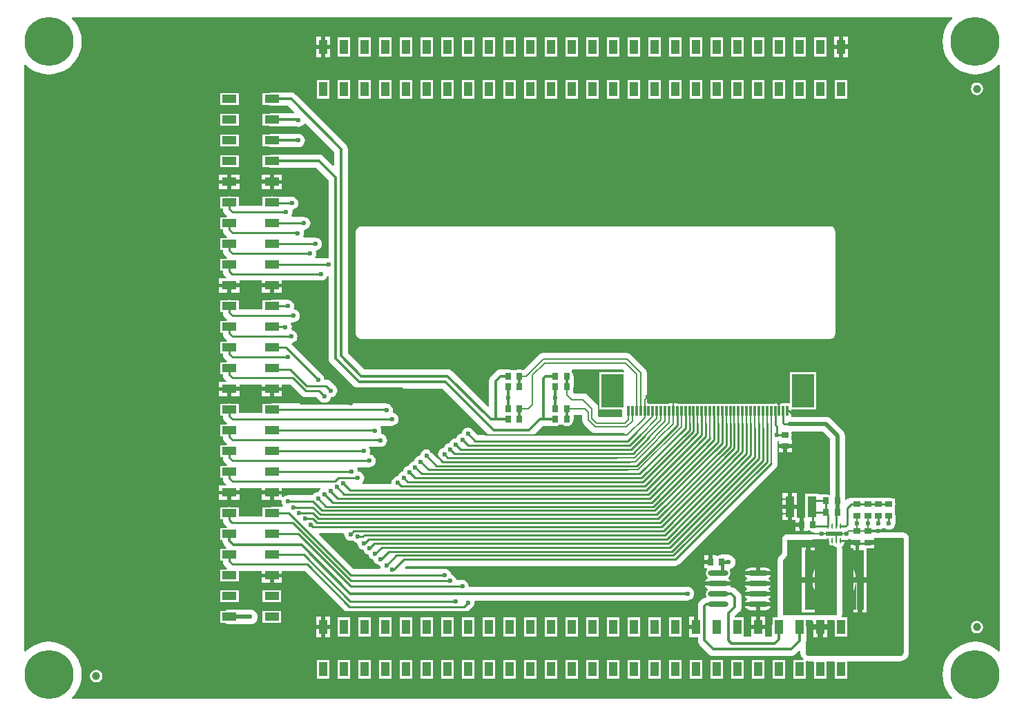
<source format=gbl>
G04 Layer_Physical_Order=2*
G04 Layer_Color=16711680*
%FSLAX44Y44*%
%MOMM*%
G71*
G01*
G75*
%ADD10C,1.0000*%
%ADD11C,0.2000*%
%ADD12C,0.4500*%
%ADD13C,0.3500*%
%ADD14C,0.2500*%
%ADD16C,6.0000*%
%ADD17C,0.6000*%
%ADD18R,0.9000X0.8000*%
%ADD19R,0.8000X0.9000*%
%ADD20R,1.1000X2.6000*%
G04:AMPARAMS|DCode=21|XSize=0.25mm|YSize=0.7mm|CornerRadius=0.0625mm|HoleSize=0mm|Usage=FLASHONLY|Rotation=180.000|XOffset=0mm|YOffset=0mm|HoleType=Round|Shape=RoundedRectangle|*
%AMROUNDEDRECTD21*
21,1,0.2500,0.5750,0,0,180.0*
21,1,0.1250,0.7000,0,0,180.0*
1,1,0.1250,-0.0625,0.2875*
1,1,0.1250,0.0625,0.2875*
1,1,0.1250,0.0625,-0.2875*
1,1,0.1250,-0.0625,-0.2875*
%
%ADD21ROUNDEDRECTD21*%
%ADD22R,2.1500X0.5600*%
%ADD23R,0.9500X7.3000*%
%ADD24O,2.5000X0.7000*%
%ADD25R,0.3000X1.2000*%
%ADD26R,1.0160X1.8034*%
%ADD27R,1.0000X1.8000*%
%ADD28R,1.8034X1.0160*%
%ADD29R,1.8000X1.0000*%
%ADD30R,2.7000X4.1000*%
%ADD31C,0.5000*%
%ADD32C,0.3450*%
G36*
X1139887Y836593D02*
X1139629Y836372D01*
X1135540Y831584D01*
X1132250Y826216D01*
X1129840Y820399D01*
X1128371Y814277D01*
X1127877Y808000D01*
X1128371Y801723D01*
X1129840Y795601D01*
X1132250Y789784D01*
X1135540Y784416D01*
X1139629Y779628D01*
X1144416Y775539D01*
X1149784Y772250D01*
X1155601Y769840D01*
X1161724Y768370D01*
X1168000Y767876D01*
X1174277Y768370D01*
X1180399Y769840D01*
X1186216Y772250D01*
X1191584Y775539D01*
X1196372Y779628D01*
X1196593Y779887D01*
X1198000Y779368D01*
Y60633D01*
X1196593Y60113D01*
X1196372Y60372D01*
X1191584Y64461D01*
X1186216Y67751D01*
X1180399Y70160D01*
X1174277Y71630D01*
X1168000Y72124D01*
X1161724Y71630D01*
X1155601Y70160D01*
X1149784Y67751D01*
X1144416Y64461D01*
X1139629Y60372D01*
X1135540Y55584D01*
X1132250Y50216D01*
X1129840Y44399D01*
X1128371Y38277D01*
X1127877Y32000D01*
X1128371Y25723D01*
X1129840Y19601D01*
X1132250Y13784D01*
X1135540Y8416D01*
X1139629Y3628D01*
X1139887Y3407D01*
X1139368Y2000D01*
X60632D01*
X60113Y3407D01*
X60372Y3628D01*
X64461Y8416D01*
X67751Y13784D01*
X70160Y19601D01*
X71630Y25723D01*
X72124Y32000D01*
X71630Y38277D01*
X70160Y44399D01*
X67751Y50216D01*
X64461Y55584D01*
X60372Y60372D01*
X55584Y64461D01*
X50216Y67751D01*
X44399Y70160D01*
X38277Y71630D01*
X32000Y72124D01*
X25723Y71630D01*
X19601Y70160D01*
X13784Y67751D01*
X8416Y64461D01*
X3628Y60372D01*
X3407Y60113D01*
X2000Y60632D01*
Y779368D01*
X3407Y779887D01*
X3628Y779628D01*
X8416Y775539D01*
X13784Y772250D01*
X19601Y769840D01*
X25723Y768370D01*
X32000Y767876D01*
X38277Y768370D01*
X44399Y769840D01*
X50216Y772250D01*
X55584Y775539D01*
X60372Y779628D01*
X64461Y784416D01*
X67751Y789784D01*
X70160Y795601D01*
X71630Y801723D01*
X72124Y808000D01*
X71630Y814277D01*
X70160Y820399D01*
X67751Y826216D01*
X64461Y831584D01*
X60372Y836372D01*
X60113Y836593D01*
X60632Y838000D01*
X1139368D01*
X1139887Y836593D01*
D02*
G37*
%LPC*%
G36*
X1011879Y814117D02*
X1005799D01*
Y804100D01*
X1011879D01*
Y814117D01*
D02*
G37*
G36*
X1000799D02*
X994719D01*
Y804100D01*
X1000799D01*
Y814117D01*
D02*
G37*
G36*
X376879D02*
X370799D01*
Y804100D01*
X376879D01*
Y814117D01*
D02*
G37*
G36*
X365799D02*
X359719D01*
Y804100D01*
X365799D01*
Y814117D01*
D02*
G37*
G36*
X985479Y813117D02*
X970319D01*
Y790083D01*
X985479D01*
Y813117D01*
D02*
G37*
G36*
X960079D02*
X944919D01*
Y790083D01*
X960079D01*
Y813117D01*
D02*
G37*
G36*
X934679D02*
X919519D01*
Y790083D01*
X934679D01*
Y813117D01*
D02*
G37*
G36*
X909279D02*
X894119D01*
Y790083D01*
X909279D01*
Y813117D01*
D02*
G37*
G36*
X883879D02*
X868719D01*
Y790083D01*
X883879D01*
Y813117D01*
D02*
G37*
G36*
X858479D02*
X843319D01*
Y790083D01*
X858479D01*
Y813117D01*
D02*
G37*
G36*
X833079D02*
X817919D01*
Y790083D01*
X833079D01*
Y813117D01*
D02*
G37*
G36*
X807679D02*
X792519D01*
Y790083D01*
X807679D01*
Y813117D01*
D02*
G37*
G36*
X782279D02*
X767119D01*
Y790083D01*
X782279D01*
Y813117D01*
D02*
G37*
G36*
X756879D02*
X741719D01*
Y790083D01*
X756879D01*
Y813117D01*
D02*
G37*
G36*
X731479D02*
X716319D01*
Y790083D01*
X731479D01*
Y813117D01*
D02*
G37*
G36*
X706079D02*
X690919D01*
Y790083D01*
X706079D01*
Y813117D01*
D02*
G37*
G36*
X680679D02*
X665519D01*
Y790083D01*
X680679D01*
Y813117D01*
D02*
G37*
G36*
X655279D02*
X640119D01*
Y790083D01*
X655279D01*
Y813117D01*
D02*
G37*
G36*
X629879D02*
X614719D01*
Y790083D01*
X629879D01*
Y813117D01*
D02*
G37*
G36*
X604479D02*
X589319D01*
Y790083D01*
X604479D01*
Y813117D01*
D02*
G37*
G36*
X579079D02*
X563919D01*
Y790083D01*
X579079D01*
Y813117D01*
D02*
G37*
G36*
X553679D02*
X538519D01*
Y790083D01*
X553679D01*
Y813117D01*
D02*
G37*
G36*
X528279D02*
X513119D01*
Y790083D01*
X528279D01*
Y813117D01*
D02*
G37*
G36*
X502879D02*
X487719D01*
Y790083D01*
X502879D01*
Y813117D01*
D02*
G37*
G36*
X477479D02*
X462319D01*
Y790083D01*
X477479D01*
Y813117D01*
D02*
G37*
G36*
X452079D02*
X436919D01*
Y790083D01*
X452079D01*
Y813117D01*
D02*
G37*
G36*
X426679D02*
X411519D01*
Y790083D01*
X426679D01*
Y813117D01*
D02*
G37*
G36*
X401279D02*
X386119D01*
Y790083D01*
X401279D01*
Y813117D01*
D02*
G37*
G36*
X1011879Y799100D02*
X1005799D01*
Y789083D01*
X1011879D01*
Y799100D01*
D02*
G37*
G36*
X1000799D02*
X994719D01*
Y789083D01*
X1000799D01*
Y799100D01*
D02*
G37*
G36*
X376879D02*
X370799D01*
Y789083D01*
X376879D01*
Y799100D01*
D02*
G37*
G36*
X365799D02*
X359719D01*
Y789083D01*
X365799D01*
Y799100D01*
D02*
G37*
G36*
X1170000Y757647D02*
X1167074Y757065D01*
X1164593Y755407D01*
X1162935Y752926D01*
X1162353Y750000D01*
X1162935Y747074D01*
X1164593Y744593D01*
X1167074Y742935D01*
X1170000Y742353D01*
X1172927Y742935D01*
X1175407Y744593D01*
X1177065Y747074D01*
X1177647Y750000D01*
X1177065Y752926D01*
X1175407Y755407D01*
X1172927Y757065D01*
X1170000Y757647D01*
D02*
G37*
G36*
X375799Y761100D02*
X360799D01*
Y738100D01*
X375799D01*
Y761100D01*
D02*
G37*
G36*
X1010879Y761117D02*
X995719D01*
Y738083D01*
X1010879D01*
Y761117D01*
D02*
G37*
G36*
X985479D02*
X970319D01*
Y738083D01*
X985479D01*
Y761117D01*
D02*
G37*
G36*
X960079D02*
X944919D01*
Y738083D01*
X960079D01*
Y761117D01*
D02*
G37*
G36*
X934679D02*
X919519D01*
Y738083D01*
X934679D01*
Y761117D01*
D02*
G37*
G36*
X909279D02*
X894119D01*
Y738083D01*
X909279D01*
Y761117D01*
D02*
G37*
G36*
X883879D02*
X868719D01*
Y738083D01*
X883879D01*
Y761117D01*
D02*
G37*
G36*
X858479D02*
X843319D01*
Y738083D01*
X858479D01*
Y761117D01*
D02*
G37*
G36*
X833079D02*
X817919D01*
Y738083D01*
X833079D01*
Y761117D01*
D02*
G37*
G36*
X807679D02*
X792519D01*
Y738083D01*
X807679D01*
Y761117D01*
D02*
G37*
G36*
X782279D02*
X767119D01*
Y738083D01*
X782279D01*
Y761117D01*
D02*
G37*
G36*
X756879D02*
X741719D01*
Y738083D01*
X756879D01*
Y761117D01*
D02*
G37*
G36*
X731479D02*
X716319D01*
Y738083D01*
X731479D01*
Y761117D01*
D02*
G37*
G36*
X706079D02*
X690919D01*
Y738083D01*
X706079D01*
Y761117D01*
D02*
G37*
G36*
X680679D02*
X665519D01*
Y738083D01*
X680679D01*
Y761117D01*
D02*
G37*
G36*
X655279D02*
X640119D01*
Y738083D01*
X655279D01*
Y761117D01*
D02*
G37*
G36*
X629879D02*
X614719D01*
Y738083D01*
X629879D01*
Y761117D01*
D02*
G37*
G36*
X604479D02*
X589319D01*
Y738083D01*
X604479D01*
Y761117D01*
D02*
G37*
G36*
X579079D02*
X563919D01*
Y738083D01*
X579079D01*
Y761117D01*
D02*
G37*
G36*
X553679D02*
X538519D01*
Y738083D01*
X553679D01*
Y761117D01*
D02*
G37*
G36*
X528279D02*
X513119D01*
Y738083D01*
X528279D01*
Y761117D01*
D02*
G37*
G36*
X502879D02*
X487719D01*
Y738083D01*
X502879D01*
Y761117D01*
D02*
G37*
G36*
X477479D02*
X462319D01*
Y738083D01*
X477479D01*
Y761117D01*
D02*
G37*
G36*
X452079D02*
X436919D01*
Y738083D01*
X452079D01*
Y761117D01*
D02*
G37*
G36*
X426679D02*
X411519D01*
Y738083D01*
X426679D01*
Y761117D01*
D02*
G37*
G36*
X401279D02*
X386119D01*
Y738083D01*
X401279D01*
Y761117D01*
D02*
G37*
G36*
X264918Y745182D02*
X241884D01*
Y730022D01*
X264918D01*
Y745182D01*
D02*
G37*
G36*
Y719782D02*
X241884D01*
Y704622D01*
X264918D01*
Y719782D01*
D02*
G37*
G36*
Y694382D02*
X241884D01*
Y679222D01*
X264918D01*
Y694382D01*
D02*
G37*
G36*
X337802Y695123D02*
X305401D01*
X303247Y694839D01*
X302142Y694382D01*
X293884D01*
Y679222D01*
X302142D01*
X303247Y678764D01*
X305401Y678481D01*
X337802D01*
X339955Y678764D01*
X341962Y679595D01*
X343686Y680918D01*
X345008Y682641D01*
X345839Y684648D01*
X346123Y686802D01*
X345839Y688955D01*
X345008Y690962D01*
X343686Y692686D01*
X341962Y694008D01*
X339955Y694839D01*
X337802Y695123D01*
D02*
G37*
G36*
X329000Y745923D02*
X305401D01*
X303247Y745639D01*
X302142Y745182D01*
X293884D01*
Y730022D01*
X302142D01*
X303247Y729564D01*
X305401Y729281D01*
X325553D01*
X332925Y721909D01*
X332351Y720523D01*
X305401D01*
X303247Y720239D01*
X302142Y719782D01*
X293884D01*
Y704622D01*
X302142D01*
X303247Y704164D01*
X305401Y703881D01*
X336468D01*
X338000Y703679D01*
X340154Y703962D01*
X342161Y704794D01*
X343884Y706116D01*
X345062Y707651D01*
X345837Y707980D01*
X346685Y708149D01*
X381929Y672905D01*
Y656799D01*
X380543Y656225D01*
X369482Y667286D01*
X367759Y668608D01*
X365752Y669439D01*
X363598Y669723D01*
X305401D01*
X303247Y669439D01*
X302142Y668982D01*
X293884D01*
Y653822D01*
X302142D01*
X303247Y653364D01*
X305401Y653081D01*
X360151D01*
X374929Y638303D01*
Y542330D01*
X374802Y542219D01*
X359223D01*
X358484Y543719D01*
X358770Y544092D01*
X359551Y545977D01*
X359817Y548000D01*
X359551Y550023D01*
X359346Y550517D01*
X360291Y552155D01*
X361023Y552251D01*
X362908Y553032D01*
X364527Y554274D01*
X365770Y555893D01*
X366550Y557779D01*
X366817Y559802D01*
X366550Y561825D01*
X365770Y563710D01*
X364527Y565329D01*
X362908Y566571D01*
X361023Y567352D01*
X359000Y567619D01*
X344223D01*
X343484Y569119D01*
X343770Y569492D01*
X344551Y571377D01*
X344817Y573400D01*
X344551Y575423D01*
X344359Y575885D01*
X344697Y576675D01*
X345343Y577430D01*
X347023Y577651D01*
X348908Y578432D01*
X350527Y579674D01*
X351770Y581293D01*
X352551Y583179D01*
X352817Y585202D01*
X352551Y587225D01*
X351770Y589110D01*
X350527Y590729D01*
X348908Y591971D01*
X347023Y592752D01*
X345000Y593019D01*
X330223D01*
X329483Y594519D01*
X329770Y594892D01*
X330550Y596777D01*
X330817Y598800D01*
X330550Y600823D01*
X331527Y602384D01*
X332023Y602449D01*
X333909Y603230D01*
X335527Y604473D01*
X336770Y606091D01*
X337551Y607977D01*
X337817Y610000D01*
X337551Y612023D01*
X336770Y613908D01*
X335527Y615527D01*
X333909Y616770D01*
X332023Y617551D01*
X330000Y617817D01*
X316918D01*
Y618182D01*
X307200D01*
X305401Y618419D01*
X303601Y618182D01*
X293884D01*
Y606617D01*
X264918D01*
Y618182D01*
X255200D01*
X253401Y618419D01*
X251601Y618182D01*
X241884D01*
Y603022D01*
X245584D01*
Y602399D01*
X245850Y600376D01*
X246631Y598491D01*
X247873Y596872D01*
X250464Y594282D01*
X249842Y592782D01*
X241884D01*
Y577622D01*
X245584D01*
Y576999D01*
X245850Y574976D01*
X246631Y573091D01*
X247873Y571472D01*
X250464Y568882D01*
X249842Y567382D01*
X241884D01*
Y552222D01*
X245584D01*
Y551599D01*
X245850Y549576D01*
X246631Y547691D01*
X247873Y546072D01*
X250464Y543482D01*
X249842Y541982D01*
X241884D01*
Y526822D01*
X245584D01*
Y526199D01*
X245850Y524176D01*
X246631Y522291D01*
X247873Y520672D01*
X249578Y518968D01*
X249004Y517582D01*
X240884D01*
Y511502D01*
X265918D01*
Y515183D01*
X292884D01*
Y511502D01*
X317918D01*
Y515183D01*
X366000D01*
X368023Y515449D01*
X369908Y516230D01*
X371527Y517473D01*
X372770Y519092D01*
X373429Y520683D01*
X374929Y520385D01*
Y419851D01*
X375212Y417697D01*
X376044Y415690D01*
X377366Y413967D01*
X406217Y385116D01*
X407940Y383794D01*
X409947Y382962D01*
X412100Y382679D01*
X514654D01*
X570016Y327317D01*
X569394Y325817D01*
X558236D01*
X551526Y332527D01*
X549907Y333769D01*
X548022Y334550D01*
X545999Y334816D01*
X543976Y334550D01*
X542090Y333769D01*
X540471Y332527D01*
X539229Y330908D01*
X538448Y329022D01*
X538277Y327721D01*
X536976Y327550D01*
X535090Y326769D01*
X533472Y325527D01*
X532229Y323908D01*
X531448Y322023D01*
X531414Y321762D01*
X530999Y321816D01*
X528976Y321550D01*
X527090Y320769D01*
X525472Y319527D01*
X524229Y317908D01*
X523448Y316022D01*
X523411Y315739D01*
X521977Y315550D01*
X520092Y314770D01*
X518473Y313527D01*
X517230Y311908D01*
X516450Y310023D01*
X516412Y309739D01*
X514977Y309550D01*
X513092Y308770D01*
X511473Y307527D01*
X510230Y305909D01*
X509450Y304023D01*
X509183Y302000D01*
X509450Y299977D01*
X510230Y298092D01*
X510717Y297458D01*
X509586Y296467D01*
X500526Y305527D01*
X498908Y306769D01*
X497022Y307550D01*
X494999Y307816D01*
X492976Y307550D01*
X491091Y306769D01*
X489472Y305527D01*
X488229Y303908D01*
X487449Y302022D01*
X487277Y300721D01*
X485976Y300550D01*
X484091Y299769D01*
X482472Y298527D01*
X481229Y296908D01*
X480448Y295023D01*
X480277Y293721D01*
X478976Y293550D01*
X477091Y292769D01*
X475472Y291527D01*
X474229Y289908D01*
X473448Y288023D01*
X473411Y287739D01*
X471976Y287550D01*
X470091Y286769D01*
X468472Y285527D01*
X467229Y283908D01*
X466449Y282023D01*
X466277Y280721D01*
X464976Y280550D01*
X463091Y279769D01*
X461472Y278527D01*
X460229Y276908D01*
X459449Y275023D01*
X459411Y274739D01*
X457977Y274550D01*
X456091Y273770D01*
X454473Y272527D01*
X453230Y270908D01*
X452449Y269023D01*
X452183Y267000D01*
X452190Y266945D01*
X451201Y265817D01*
X416834D01*
X416325Y267317D01*
X416527Y267473D01*
X417770Y269091D01*
X418550Y270977D01*
X418817Y273000D01*
X418550Y275023D01*
X417770Y276908D01*
X416527Y278527D01*
X416507Y278548D01*
X414888Y279790D01*
X413002Y280571D01*
X412286Y280666D01*
X410817Y281000D01*
X410551Y283023D01*
X409863Y284683D01*
X410455Y286183D01*
X424998D01*
X425000Y286183D01*
X427023Y286449D01*
X428909Y287230D01*
X430528Y288472D01*
X431770Y290091D01*
X432551Y291977D01*
X432817Y294000D01*
X432551Y296023D01*
X431770Y297908D01*
X430528Y299527D01*
X430527Y299527D01*
X428908Y300770D01*
X427804Y301227D01*
X427023Y301551D01*
X426214Y301657D01*
X425268Y303295D01*
X425551Y303976D01*
X425817Y306000D01*
X425551Y308023D01*
X424770Y309908D01*
X424636Y310083D01*
X425375Y311583D01*
X436654D01*
X436977Y311449D01*
X439000Y311183D01*
X441023Y311449D01*
X442909Y312230D01*
X444528Y313472D01*
X445770Y315091D01*
X446551Y316977D01*
X446817Y319000D01*
X446551Y321023D01*
X445770Y322908D01*
X444528Y324527D01*
X444127Y324927D01*
X442508Y326170D01*
X440623Y326950D01*
X440032Y327028D01*
X439282Y328327D01*
X439551Y328977D01*
X439817Y331000D01*
X439551Y333023D01*
X438770Y334908D01*
X438329Y335483D01*
X439068Y336983D01*
X452798D01*
X452800Y336983D01*
X454823Y337249D01*
X456709Y338030D01*
X458328Y339272D01*
X458528Y339472D01*
X459770Y341091D01*
X460551Y342976D01*
X460817Y345000D01*
X460551Y347023D01*
X459770Y348908D01*
X459770Y348908D01*
X459770Y348908D01*
X458527Y350527D01*
X456908Y351770D01*
X455023Y352551D01*
X454288Y352647D01*
X453538Y353946D01*
X453551Y353977D01*
X453817Y356000D01*
X453551Y358023D01*
X452770Y359908D01*
X451528Y361527D01*
X450925Y362129D01*
X449307Y363371D01*
X447421Y364152D01*
X445398Y364419D01*
X373454D01*
X373156Y365919D01*
X373908Y366230D01*
X375527Y367473D01*
X376770Y369091D01*
X377551Y370977D01*
X377677Y371935D01*
X378000Y372183D01*
X380023Y372449D01*
X381908Y373230D01*
X383527Y374473D01*
X384770Y376092D01*
X385550Y377977D01*
X385817Y380000D01*
X385550Y382023D01*
X384770Y383908D01*
X383527Y385527D01*
X377527Y391527D01*
X375909Y392770D01*
X374023Y393550D01*
X372000Y393817D01*
X369781D01*
X369551Y395569D01*
X368770Y397454D01*
X367527Y399073D01*
X329469Y437132D01*
X330006Y438716D01*
X331023Y438849D01*
X332909Y439630D01*
X334527Y440873D01*
X335770Y442492D01*
X336550Y444377D01*
X336817Y446400D01*
X336550Y448423D01*
X335770Y450308D01*
X334527Y451927D01*
X332909Y453170D01*
X331023Y453951D01*
X330291Y454047D01*
X329346Y455684D01*
X329551Y456179D01*
X329817Y458202D01*
X329551Y460225D01*
X328770Y462110D01*
X328483Y462483D01*
X329223Y463983D01*
X332000D01*
X334023Y464249D01*
X335908Y465030D01*
X337527Y466273D01*
X338770Y467892D01*
X339551Y469777D01*
X339817Y471800D01*
X339551Y473823D01*
X338770Y475708D01*
X337527Y477327D01*
X335908Y478570D01*
X334023Y479351D01*
X333291Y479447D01*
X332346Y481084D01*
X332551Y481579D01*
X332817Y483602D01*
X332551Y485625D01*
X331770Y487510D01*
X330527Y489129D01*
X328909Y490371D01*
X327023Y491152D01*
X325000Y491419D01*
X305401D01*
X303601Y491182D01*
X293884D01*
Y479617D01*
X264918D01*
Y491182D01*
X255200D01*
X253401Y491419D01*
X251601Y491182D01*
X241884D01*
Y476022D01*
X245584D01*
Y475399D01*
X245850Y473376D01*
X246631Y471491D01*
X247873Y469872D01*
X250464Y467282D01*
X249842Y465782D01*
X241884D01*
Y450622D01*
X245584D01*
Y449999D01*
X245850Y447976D01*
X246631Y446091D01*
X247873Y444472D01*
X250464Y441882D01*
X249842Y440382D01*
X241884D01*
Y425222D01*
X245584D01*
Y424599D01*
X245850Y422576D01*
X246631Y420691D01*
X247873Y419072D01*
X250464Y416482D01*
X249842Y414982D01*
X241884D01*
Y399822D01*
X245584D01*
Y399199D01*
X245850Y397176D01*
X246631Y395291D01*
X247873Y393672D01*
X249578Y391968D01*
X249004Y390582D01*
X240884D01*
Y384502D01*
X265918D01*
Y387783D01*
X292884D01*
Y384502D01*
X317918D01*
Y387783D01*
X328091D01*
X341402Y374473D01*
X343021Y373230D01*
X344906Y372449D01*
X346929Y372183D01*
X359762D01*
X364473Y367473D01*
X366092Y366230D01*
X366844Y365919D01*
X366546Y364419D01*
X305401D01*
X303601Y364182D01*
X293884D01*
Y352617D01*
X264918D01*
Y364182D01*
X255200D01*
X253401Y364419D01*
X251601Y364182D01*
X241884D01*
Y349022D01*
X245584D01*
Y348399D01*
X245850Y346376D01*
X246631Y344491D01*
X247873Y342872D01*
X250464Y340282D01*
X249842Y338782D01*
X241884D01*
Y323622D01*
X245584D01*
Y322999D01*
X245850Y320976D01*
X246631Y319091D01*
X247873Y317472D01*
X250464Y314882D01*
X249842Y313382D01*
X241884D01*
Y298222D01*
X245584D01*
Y297599D01*
X245850Y295576D01*
X246631Y293691D01*
X247873Y292072D01*
X250464Y289482D01*
X249842Y287982D01*
X241884D01*
Y272822D01*
X245584D01*
Y272199D01*
X245850Y270176D01*
X246631Y268291D01*
X247873Y266672D01*
X249578Y264967D01*
X249004Y263582D01*
X240884D01*
Y257502D01*
X265918D01*
Y260783D01*
X292884D01*
Y257502D01*
X317918D01*
Y260783D01*
X364948D01*
X365457Y259283D01*
X364473Y258527D01*
X363230Y256908D01*
X362738Y255720D01*
X362000Y255817D01*
X359977Y255550D01*
X358092Y254770D01*
X356473Y253527D01*
X355230Y251908D01*
X355192Y251816D01*
X324999D01*
X322976Y251550D01*
X321091Y250769D01*
X319472Y249527D01*
X319418Y249456D01*
X317918Y249965D01*
Y252502D01*
X307901D01*
Y246422D01*
X316079D01*
X317304Y244922D01*
X317183Y244000D01*
X317449Y241976D01*
X318230Y240091D01*
X319129Y238919D01*
X318525Y237419D01*
X305401D01*
X303601Y237182D01*
X293884D01*
Y225817D01*
X264918D01*
Y237182D01*
X255200D01*
X253401Y237419D01*
X251601Y237182D01*
X241884D01*
Y222022D01*
X245584D01*
Y221399D01*
X245850Y219376D01*
X246631Y217491D01*
X247873Y215872D01*
X250282Y213463D01*
X250185Y212296D01*
X249842Y211782D01*
X241884D01*
Y196622D01*
X245079D01*
Y195999D01*
X245363Y193846D01*
X246194Y191839D01*
X247517Y190115D01*
X249865Y187768D01*
X249291Y186382D01*
X241884D01*
Y171222D01*
X245584D01*
Y170599D01*
X245850Y168576D01*
X246631Y166691D01*
X247873Y165072D01*
X250464Y162482D01*
X249842Y160982D01*
X241884D01*
Y145822D01*
X264918D01*
Y159183D01*
X292884D01*
Y155902D01*
X317918D01*
Y159183D01*
X345762D01*
X395223Y109722D01*
X396842Y108480D01*
X398727Y107699D01*
X400750Y107433D01*
X541250D01*
X543273Y107699D01*
X545158Y108480D01*
X546777Y109722D01*
X551527Y114473D01*
X552770Y116091D01*
X553550Y117977D01*
X553817Y120000D01*
X553662Y121179D01*
X554772Y122679D01*
X815000D01*
X817154Y122962D01*
X819161Y123794D01*
X820884Y125116D01*
X822206Y126839D01*
X823038Y128846D01*
X823321Y131000D01*
X823038Y133154D01*
X822206Y135161D01*
X820884Y136884D01*
X819161Y138206D01*
X817154Y139038D01*
X815000Y139321D01*
X547411D01*
X546816Y140000D01*
X546549Y142023D01*
X545769Y143908D01*
X544526Y145527D01*
X542907Y146769D01*
X541022Y147550D01*
X538999Y147817D01*
X538998Y147816D01*
X531676D01*
X531550Y148773D01*
X530770Y150658D01*
X529527Y152277D01*
X527908Y153519D01*
X526023Y154300D01*
X524754Y154467D01*
X524549Y156023D01*
X523769Y157908D01*
X522526Y159527D01*
X520907Y160769D01*
X519022Y161550D01*
X516999Y161817D01*
X468831D01*
X468257Y163202D01*
X470238Y165183D01*
X799939D01*
X801962Y165450D01*
X803847Y166231D01*
X805466Y167473D01*
X923027Y285034D01*
X924269Y286653D01*
X925050Y288538D01*
X925317Y290561D01*
Y290573D01*
X925147Y291864D01*
Y318183D01*
X927000D01*
Y314498D01*
X943000D01*
Y319498D01*
X942000Y319498D01*
Y322646D01*
X942551Y323975D01*
X942817Y325998D01*
X942551Y328022D01*
X942384Y328422D01*
X943387Y329922D01*
X981240D01*
X989921Y321242D01*
Y252000D01*
X988351D01*
X987021Y252551D01*
X984998Y252817D01*
X975500D01*
Y253500D01*
X959500D01*
Y224000D01*
X957502D01*
Y216000D01*
Y208000D01*
X962502D01*
X962502Y209000D01*
X964947D01*
X965724Y208223D01*
X965724Y208223D01*
X967343Y206980D01*
X969228Y206199D01*
X970203Y206071D01*
X970105Y204571D01*
X969050D01*
X966897Y204288D01*
X966155Y203980D01*
X938300D01*
X937660Y203853D01*
X937007D01*
X936462Y203745D01*
X935859Y203495D01*
X935764Y203476D01*
X935682Y203422D01*
X934073Y202755D01*
X932245Y200927D01*
X931578Y199318D01*
X931524Y199236D01*
X931505Y199141D01*
X931255Y198538D01*
X931147Y197993D01*
Y197341D01*
X931020Y196700D01*
Y181653D01*
X930822Y180660D01*
X930259Y179818D01*
X927775Y177333D01*
X927412Y176791D01*
X926951Y176329D01*
X926609Y175818D01*
X926360Y175215D01*
X926339Y175183D01*
X926331Y175146D01*
X925898Y174101D01*
X925877Y174069D01*
X925870Y174032D01*
X925620Y173429D01*
X925620Y173429D01*
Y173429D01*
X925500Y172826D01*
X925500Y172173D01*
X925373Y171533D01*
X925373Y108577D01*
Y106713D01*
X925500Y106073D01*
Y105420D01*
X925762Y104101D01*
X925808Y103990D01*
Y103870D01*
X925841Y103707D01*
X925961Y103417D01*
X925624Y102633D01*
X924919Y101919D01*
X924914Y101917D01*
X919522D01*
Y93659D01*
X919064Y92554D01*
X918781Y90400D01*
Y78549D01*
X918553Y78321D01*
X910282D01*
Y87900D01*
X893122D01*
Y78321D01*
X885149D01*
X883882Y78883D01*
Y101917D01*
X873321D01*
Y103553D01*
X878884Y109116D01*
X880206Y110839D01*
X881038Y112846D01*
X881321Y115000D01*
Y126650D01*
X881038Y128804D01*
X880206Y130811D01*
X878884Y132534D01*
X874884Y136534D01*
X873161Y137856D01*
X871154Y138688D01*
X869000Y138971D01*
X868584D01*
X867877Y140294D01*
X868094Y140619D01*
X868140Y140850D01*
X836860D01*
X836906Y140619D01*
X838453Y138303D01*
X839954Y137301D01*
X839964Y135503D01*
X839174Y134976D01*
X837848Y132991D01*
X837383Y130650D01*
X837848Y128309D01*
X838207Y127771D01*
X838127Y127300D01*
X837450Y126205D01*
X835796Y125988D01*
X833789Y125156D01*
X832066Y123834D01*
X830116Y121884D01*
X828794Y120161D01*
X827962Y118154D01*
X827679Y116000D01*
Y102917D01*
X816922D01*
Y92900D01*
X825502D01*
Y87900D01*
X816922D01*
Y77883D01*
X827679D01*
Y74000D01*
X827962Y71846D01*
X828794Y69839D01*
X830116Y68116D01*
X841116Y57116D01*
X842839Y55794D01*
X844846Y54962D01*
X847000Y54679D01*
X942000D01*
X944154Y54962D01*
X946161Y55794D01*
X947884Y57116D01*
X951987Y61219D01*
X953373Y60645D01*
Y58653D01*
X953500Y58013D01*
X953500Y57360D01*
X953620Y56757D01*
X953620Y56757D01*
Y56757D01*
X953870Y56154D01*
X953877Y56117D01*
X953898Y56085D01*
X954331Y55040D01*
X954339Y55002D01*
X954360Y54971D01*
X954609Y54368D01*
X954609Y54368D01*
X954610Y54368D01*
X954951Y53857D01*
X955413Y53395D01*
X955775Y52852D01*
X957210Y51417D01*
X956589Y49917D01*
X944922D01*
Y26883D01*
X960082D01*
Y47552D01*
X960359Y47981D01*
X961554Y48660D01*
X962359Y48500D01*
X963012Y48500D01*
X963652Y48373D01*
X969261D01*
X969263Y48371D01*
X970322Y47312D01*
Y26883D01*
X985482D01*
Y48373D01*
X994661D01*
X994664Y48370D01*
X995722Y47312D01*
Y26883D01*
X1010882D01*
Y48373D01*
X1076347Y48373D01*
X1076988Y48500D01*
X1077640Y48500D01*
X1078243Y48620D01*
X1078846Y48870D01*
X1078884Y48877D01*
X1078915Y48898D01*
X1079960Y49331D01*
X1079998Y49339D01*
X1080029Y49360D01*
X1080632Y49609D01*
X1081143Y49951D01*
X1081605Y50413D01*
X1082148Y50775D01*
X1084225Y52852D01*
X1084587Y53395D01*
X1085049Y53857D01*
X1085391Y54368D01*
X1085640Y54971D01*
X1085661Y55002D01*
X1085669Y55040D01*
X1086102Y56085D01*
X1086123Y56116D01*
X1086130Y56154D01*
X1086380Y56757D01*
X1086380Y56757D01*
Y56757D01*
X1086500Y57359D01*
X1086500Y58012D01*
X1086627Y58653D01*
Y198347D01*
X1086500Y198987D01*
Y199640D01*
X1086380Y200243D01*
X1086380Y200243D01*
Y200243D01*
X1086130Y200846D01*
X1086123Y200883D01*
X1086102Y200915D01*
X1085390Y202632D01*
X1085390Y202632D01*
X1085147Y202997D01*
X1085147Y202997D01*
X1083318Y204826D01*
X1082953Y205069D01*
X1081724Y205579D01*
X1081236Y205781D01*
X1081205Y205802D01*
X1081168Y205809D01*
X1080565Y206059D01*
X1079962Y206179D01*
X1079309Y206179D01*
X1078669Y206306D01*
X1044000D01*
Y209362D01*
X1045500Y210061D01*
X1046977Y209450D01*
X1049000Y209183D01*
X1051023Y209450D01*
X1052908Y210230D01*
X1054527Y211473D01*
X1054750Y211763D01*
X1056250D01*
X1056473Y211473D01*
X1058092Y210230D01*
X1059977Y209450D01*
X1062000Y209183D01*
X1064023Y209450D01*
X1065909Y210230D01*
X1067527Y211473D01*
X1068770Y213092D01*
X1069551Y214977D01*
X1069817Y217000D01*
Y227002D01*
X1069551Y229025D01*
X1069000Y230354D01*
Y233502D01*
X1069000D01*
Y234502D01*
X1069000D01*
Y237649D01*
X1069551Y238979D01*
X1069817Y241002D01*
X1069551Y243025D01*
X1069000Y244354D01*
Y247502D01*
X1066260D01*
X1065909Y247771D01*
X1064023Y248552D01*
X1062000Y248818D01*
X1016002D01*
X1013979Y248552D01*
X1012093Y247771D01*
X1010474Y246529D01*
X1009576Y245631D01*
X1008076Y246252D01*
Y325002D01*
X1007767Y327351D01*
X1006860Y329540D01*
X1005417Y331421D01*
X991419Y345419D01*
X989539Y346861D01*
X987349Y347768D01*
X985000Y348078D01*
X942500D01*
Y357000D01*
X972799D01*
Y403000D01*
X940799D01*
Y364600D01*
X922501D01*
Y363600D01*
X802501D01*
Y364600D01*
X792501D01*
Y363600D01*
X767499D01*
Y364600D01*
X765148D01*
Y401863D01*
X764566Y404790D01*
X762908Y407270D01*
X746271Y423907D01*
X743790Y425565D01*
X740864Y426147D01*
X638136D01*
X635210Y425565D01*
X632729Y423907D01*
X614469Y405647D01*
X612095D01*
X611152Y406038D01*
X608998Y406321D01*
X606844Y406038D01*
X604838Y405206D01*
X604568Y405000D01*
X602498D01*
Y405000D01*
X601498D01*
Y405000D01*
X599428D01*
X599159Y405206D01*
X597152Y406038D01*
X594998Y406321D01*
X586000D01*
X583846Y406038D01*
X581839Y405206D01*
X580116Y403884D01*
X574116Y397884D01*
X572794Y396160D01*
X571962Y394154D01*
X571679Y392000D01*
Y361049D01*
X570293Y360475D01*
X526884Y403884D01*
X525161Y405206D01*
X523154Y406038D01*
X521000Y406321D01*
X418447D01*
X398571Y426197D01*
Y676352D01*
X398288Y678505D01*
X397456Y680512D01*
X396134Y682236D01*
X334884Y743486D01*
X333161Y744808D01*
X331154Y745639D01*
X329000Y745923D01*
D02*
G37*
G36*
X264918Y668982D02*
X241884D01*
Y653822D01*
X264918D01*
Y668982D01*
D02*
G37*
G36*
X317918Y644582D02*
X307901D01*
Y638502D01*
X317918D01*
Y644582D01*
D02*
G37*
G36*
X302901D02*
X292884D01*
Y638502D01*
X302901D01*
Y644582D01*
D02*
G37*
G36*
X265918D02*
X255901D01*
Y638502D01*
X265918D01*
Y644582D01*
D02*
G37*
G36*
X250901D02*
X240884D01*
Y638502D01*
X250901D01*
Y644582D01*
D02*
G37*
G36*
X317918Y633502D02*
X307901D01*
Y627422D01*
X317918D01*
Y633502D01*
D02*
G37*
G36*
X302901D02*
X292884D01*
Y627422D01*
X302901D01*
Y633502D01*
D02*
G37*
G36*
X265918D02*
X255901D01*
Y627422D01*
X265918D01*
Y633502D01*
D02*
G37*
G36*
X250901D02*
X240884D01*
Y627422D01*
X250901D01*
Y633502D01*
D02*
G37*
G36*
X317918Y506502D02*
X307901D01*
Y500422D01*
X317918D01*
Y506502D01*
D02*
G37*
G36*
X302901D02*
X292884D01*
Y500422D01*
X302901D01*
Y506502D01*
D02*
G37*
G36*
X265918D02*
X255901D01*
Y500422D01*
X265918D01*
Y506502D01*
D02*
G37*
G36*
X250901D02*
X240884D01*
Y500422D01*
X250901D01*
Y506502D01*
D02*
G37*
G36*
X990000Y581627D02*
X415000D01*
X412464Y581123D01*
X410314Y579686D01*
X408877Y577536D01*
X408373Y575000D01*
Y450000D01*
X408877Y447464D01*
X410314Y445314D01*
X412464Y443877D01*
X415000Y443373D01*
X990000D01*
X992536Y443877D01*
X994686Y445314D01*
X996123Y447464D01*
X996627Y450000D01*
Y575000D01*
X996123Y577536D01*
X994686Y579686D01*
X992536Y581123D01*
X990000Y581627D01*
D02*
G37*
G36*
X317918Y379502D02*
X307901D01*
Y373422D01*
X317918D01*
Y379502D01*
D02*
G37*
G36*
X302901D02*
X292884D01*
Y373422D01*
X302901D01*
Y379502D01*
D02*
G37*
G36*
X265918D02*
X255901D01*
Y373422D01*
X265918D01*
Y379502D01*
D02*
G37*
G36*
X250901D02*
X240884D01*
Y373422D01*
X250901D01*
Y379502D01*
D02*
G37*
G36*
X943000Y309498D02*
X937500D01*
Y304498D01*
X943000D01*
Y309498D01*
D02*
G37*
G36*
X932500D02*
X927000D01*
Y304498D01*
X932500D01*
Y309498D01*
D02*
G37*
G36*
X302901Y252502D02*
X292884D01*
Y246422D01*
X302901D01*
Y252502D01*
D02*
G37*
G36*
X265918D02*
X255901D01*
Y246422D01*
X265918D01*
Y252502D01*
D02*
G37*
G36*
X250901D02*
X240884D01*
Y246422D01*
X250901D01*
Y252502D01*
D02*
G37*
G36*
X949500Y254500D02*
X943000D01*
Y240500D01*
X949500D01*
Y254500D01*
D02*
G37*
G36*
X938000D02*
X931500D01*
Y240500D01*
X938000D01*
Y254500D01*
D02*
G37*
G36*
Y235500D02*
X931500D01*
Y221500D01*
X938000D01*
Y235500D01*
D02*
G37*
G36*
X949500D02*
X943000D01*
Y221500D01*
X947502D01*
Y218500D01*
X952502D01*
Y224000D01*
X949500D01*
Y235500D01*
D02*
G37*
G36*
X952502Y213500D02*
X947502D01*
Y208000D01*
X952502D01*
Y213500D01*
D02*
G37*
G36*
X857998Y178821D02*
X857997Y178821D01*
X856998D01*
X854713Y178521D01*
X852585Y177639D01*
X851998Y177188D01*
X850498Y177604D01*
X850498Y177996D01*
X845498D01*
Y169996D01*
X842998D01*
Y167496D01*
X835498D01*
Y161996D01*
X838899D01*
X839354Y160496D01*
X839174Y160376D01*
X837848Y158391D01*
X837383Y156050D01*
X837848Y153709D01*
X839174Y151724D01*
X839964Y151197D01*
X839954Y149399D01*
X838453Y148397D01*
X836906Y146081D01*
X836860Y145850D01*
X868140D01*
X868094Y146081D01*
X866547Y148397D01*
X865046Y149399D01*
X865036Y151197D01*
X865826Y151724D01*
X867152Y153709D01*
X867617Y156050D01*
X867152Y158391D01*
X866823Y158883D01*
Y161411D01*
X867282Y161471D01*
X869410Y162353D01*
X871238Y163755D01*
X872641Y165583D01*
X873522Y167712D01*
X873823Y169996D01*
X873522Y172280D01*
X872641Y174409D01*
X871238Y176236D01*
X869410Y177639D01*
X867282Y178521D01*
X864997Y178821D01*
X864997Y178821D01*
X857998D01*
X857998Y178821D01*
D02*
G37*
G36*
X840498Y177996D02*
X835498D01*
Y172496D01*
X840498D01*
Y177996D01*
D02*
G37*
G36*
X910500Y163187D02*
X904000D01*
Y158550D01*
X917140D01*
X917094Y158781D01*
X915547Y161097D01*
X913231Y162644D01*
X910500Y163187D01*
D02*
G37*
G36*
X899000D02*
X892500D01*
X889769Y162644D01*
X887453Y161097D01*
X885906Y158781D01*
X885860Y158550D01*
X899000D01*
Y163187D01*
D02*
G37*
G36*
X917140Y153550D02*
X885860D01*
X885906Y153319D01*
X887453Y151003D01*
X888281Y150450D01*
Y148950D01*
X887453Y148397D01*
X885906Y146081D01*
X885860Y145850D01*
X917140D01*
X917094Y146081D01*
X915547Y148397D01*
X914719Y148950D01*
Y150450D01*
X915547Y151003D01*
X917094Y153319D01*
X917140Y153550D01*
D02*
G37*
G36*
X317918Y150902D02*
X307901D01*
Y144822D01*
X317918D01*
Y150902D01*
D02*
G37*
G36*
X302901D02*
X292884D01*
Y144822D01*
X302901D01*
Y150902D01*
D02*
G37*
G36*
X917140Y140850D02*
X885860D01*
X885906Y140619D01*
X887453Y138303D01*
X888281Y137750D01*
Y136250D01*
X887453Y135697D01*
X885906Y133381D01*
X885860Y133150D01*
X917140D01*
X917094Y133381D01*
X915547Y135697D01*
X914719Y136250D01*
Y137750D01*
X915547Y138303D01*
X917094Y140619D01*
X917140Y140850D01*
D02*
G37*
G36*
Y128150D02*
X885860D01*
X885906Y127919D01*
X887453Y125603D01*
X888281Y125050D01*
Y123550D01*
X887453Y122997D01*
X885906Y120681D01*
X885860Y120450D01*
X917140D01*
X917094Y120681D01*
X915547Y122997D01*
X914719Y123550D01*
Y125050D01*
X915547Y125603D01*
X917094Y127919D01*
X917140Y128150D01*
D02*
G37*
G36*
X316918Y135582D02*
X293884D01*
Y120422D01*
X316918D01*
Y135582D01*
D02*
G37*
G36*
X264918D02*
X241884D01*
Y120422D01*
X264918D01*
Y135582D01*
D02*
G37*
G36*
X917140Y115450D02*
X904000D01*
Y110813D01*
X910500D01*
X913231Y111356D01*
X915547Y112903D01*
X917094Y115219D01*
X917140Y115450D01*
D02*
G37*
G36*
X899000D02*
X885860D01*
X885906Y115219D01*
X887453Y112903D01*
X889769Y111356D01*
X892500Y110813D01*
X899000D01*
Y115450D01*
D02*
G37*
G36*
X316901Y110102D02*
X293901D01*
Y95102D01*
X316901D01*
Y110102D01*
D02*
G37*
G36*
X279000Y111679D02*
X253401D01*
X251051Y111370D01*
X248862Y110463D01*
X248495Y110182D01*
X241884D01*
Y95022D01*
X248495D01*
X248862Y94740D01*
X251051Y93833D01*
X253401Y93524D01*
X279000D01*
X281350Y93833D01*
X283539Y94740D01*
X285419Y96183D01*
X286861Y98063D01*
X287768Y100252D01*
X288078Y102602D01*
X287768Y104951D01*
X286861Y107141D01*
X285419Y109021D01*
X283539Y110463D01*
X281350Y111370D01*
X279000Y111679D01*
D02*
G37*
G36*
X910282Y102917D02*
X904202D01*
Y92900D01*
X910282D01*
Y102917D01*
D02*
G37*
G36*
X899202D02*
X893122D01*
Y92900D01*
X899202D01*
Y102917D01*
D02*
G37*
G36*
X376882D02*
X370802D01*
Y92900D01*
X376882D01*
Y102917D01*
D02*
G37*
G36*
X365802D02*
X359722D01*
Y92900D01*
X365802D01*
Y102917D01*
D02*
G37*
G36*
X1170000Y97647D02*
X1167074Y97065D01*
X1164593Y95407D01*
X1162935Y92926D01*
X1162353Y90000D01*
X1162935Y87074D01*
X1164593Y84593D01*
X1167074Y82935D01*
X1170000Y82353D01*
X1172927Y82935D01*
X1175407Y84593D01*
X1177065Y87074D01*
X1177647Y90000D01*
X1177065Y92926D01*
X1175407Y95407D01*
X1172927Y97065D01*
X1170000Y97647D01*
D02*
G37*
G36*
X807682Y101917D02*
X792522D01*
Y78883D01*
X807682D01*
Y101917D01*
D02*
G37*
G36*
X782282D02*
X767122D01*
Y78883D01*
X782282D01*
Y101917D01*
D02*
G37*
G36*
X756882D02*
X741722D01*
Y78883D01*
X756882D01*
Y101917D01*
D02*
G37*
G36*
X731482D02*
X716322D01*
Y78883D01*
X731482D01*
Y101917D01*
D02*
G37*
G36*
X706082D02*
X690922D01*
Y78883D01*
X706082D01*
Y101917D01*
D02*
G37*
G36*
X680682D02*
X665522D01*
Y78883D01*
X680682D01*
Y101917D01*
D02*
G37*
G36*
X655282D02*
X640122D01*
Y78883D01*
X655282D01*
Y101917D01*
D02*
G37*
G36*
X629882D02*
X614722D01*
Y78883D01*
X629882D01*
Y101917D01*
D02*
G37*
G36*
X604482D02*
X589322D01*
Y78883D01*
X604482D01*
Y101917D01*
D02*
G37*
G36*
X579082D02*
X563922D01*
Y78883D01*
X579082D01*
Y101917D01*
D02*
G37*
G36*
X553682D02*
X538522D01*
Y78883D01*
X553682D01*
Y101917D01*
D02*
G37*
G36*
X528282D02*
X513122D01*
Y78883D01*
X528282D01*
Y101917D01*
D02*
G37*
G36*
X502882D02*
X487722D01*
Y78883D01*
X502882D01*
Y101917D01*
D02*
G37*
G36*
X477482D02*
X462322D01*
Y78883D01*
X477482D01*
Y101917D01*
D02*
G37*
G36*
X452082D02*
X436922D01*
Y78883D01*
X452082D01*
Y101917D01*
D02*
G37*
G36*
X426682D02*
X411522D01*
Y78883D01*
X426682D01*
Y101917D01*
D02*
G37*
G36*
X401282D02*
X386122D01*
Y78883D01*
X401282D01*
Y101917D01*
D02*
G37*
G36*
X376882Y87900D02*
X370802D01*
Y77883D01*
X376882D01*
Y87900D01*
D02*
G37*
G36*
X365802D02*
X359722D01*
Y77883D01*
X365802D01*
Y87900D01*
D02*
G37*
G36*
X375802Y49900D02*
X360802D01*
Y26900D01*
X375802D01*
Y49900D01*
D02*
G37*
G36*
X934682Y49917D02*
X919522D01*
Y26883D01*
X934682D01*
Y49917D01*
D02*
G37*
G36*
X909282D02*
X894122D01*
Y26883D01*
X909282D01*
Y49917D01*
D02*
G37*
G36*
X883882D02*
X868722D01*
Y26883D01*
X883882D01*
Y49917D01*
D02*
G37*
G36*
X858482D02*
X843322D01*
Y26883D01*
X858482D01*
Y49917D01*
D02*
G37*
G36*
X833082D02*
X817922D01*
Y26883D01*
X833082D01*
Y49917D01*
D02*
G37*
G36*
X807682D02*
X792522D01*
Y26883D01*
X807682D01*
Y49917D01*
D02*
G37*
G36*
X782282D02*
X767122D01*
Y26883D01*
X782282D01*
Y49917D01*
D02*
G37*
G36*
X756882D02*
X741722D01*
Y26883D01*
X756882D01*
Y49917D01*
D02*
G37*
G36*
X731482D02*
X716322D01*
Y26883D01*
X731482D01*
Y49917D01*
D02*
G37*
G36*
X706082D02*
X690922D01*
Y26883D01*
X706082D01*
Y49917D01*
D02*
G37*
G36*
X680682D02*
X665522D01*
Y26883D01*
X680682D01*
Y49917D01*
D02*
G37*
G36*
X655282D02*
X640122D01*
Y26883D01*
X655282D01*
Y49917D01*
D02*
G37*
G36*
X629882D02*
X614722D01*
Y26883D01*
X629882D01*
Y49917D01*
D02*
G37*
G36*
X604482D02*
X589322D01*
Y26883D01*
X604482D01*
Y49917D01*
D02*
G37*
G36*
X579082D02*
X563922D01*
Y26883D01*
X579082D01*
Y49917D01*
D02*
G37*
G36*
X553682D02*
X538522D01*
Y26883D01*
X553682D01*
Y49917D01*
D02*
G37*
G36*
X528282D02*
X513122D01*
Y26883D01*
X528282D01*
Y49917D01*
D02*
G37*
G36*
X502882D02*
X487722D01*
Y26883D01*
X502882D01*
Y49917D01*
D02*
G37*
G36*
X477482D02*
X462322D01*
Y26883D01*
X477482D01*
Y49917D01*
D02*
G37*
G36*
X452082D02*
X436922D01*
Y26883D01*
X452082D01*
Y49917D01*
D02*
G37*
G36*
X426682D02*
X411522D01*
Y26883D01*
X426682D01*
Y49917D01*
D02*
G37*
G36*
X401282D02*
X386122D01*
Y26883D01*
X401282D01*
Y49917D01*
D02*
G37*
G36*
X90000Y37647D02*
X87074Y37065D01*
X84593Y35407D01*
X82935Y32926D01*
X82353Y30000D01*
X82935Y27074D01*
X84593Y24593D01*
X87074Y22935D01*
X90000Y22353D01*
X92927Y22935D01*
X95407Y24593D01*
X97065Y27074D01*
X97647Y30000D01*
X97065Y32926D01*
X95407Y35407D01*
X92927Y37065D01*
X90000Y37647D01*
D02*
G37*
%LPD*%
G36*
X737800Y404386D02*
X737226Y403000D01*
X707201D01*
Y357000D01*
X734048D01*
X735000Y355840D01*
X734853Y355100D01*
Y347647D01*
X707168D01*
X705647Y349167D01*
Y358000D01*
X705065Y360926D01*
X703407Y363407D01*
X692407Y374407D01*
X689926Y376065D01*
X687000Y376647D01*
X676168D01*
X674645Y378169D01*
Y381904D01*
X675036Y382846D01*
X675319Y385000D01*
Y398000D01*
X675036Y400154D01*
X674205Y402161D01*
X673498Y403081D01*
Y405000D01*
X673498D01*
X673853Y406353D01*
X735833D01*
X737800Y404386D01*
D02*
G37*
G36*
X685853Y344136D02*
X686435Y341210D01*
X688093Y338729D01*
X696729Y330093D01*
X699210Y328435D01*
X702136Y327853D01*
X737514D01*
X738283Y326353D01*
X737897Y325817D01*
X628706D01*
X628085Y327317D01*
X637447Y336679D01*
X652998D01*
X655152Y336963D01*
X657159Y337794D01*
X657428Y338000D01*
X659498D01*
Y338000D01*
X660498D01*
Y338000D01*
X662569D01*
X662838Y337794D01*
X664845Y336963D01*
X666998Y336679D01*
X669152Y336963D01*
X671159Y337794D01*
X671428Y338000D01*
X673498D01*
Y339919D01*
X674205Y340840D01*
X675036Y342846D01*
X675319Y345000D01*
Y350353D01*
X685853D01*
Y344136D01*
D02*
G37*
G36*
X394190Y204056D02*
X394183Y204000D01*
X394450Y201977D01*
X395230Y200091D01*
X396473Y198473D01*
X398092Y197230D01*
X399977Y196450D01*
X402000Y196183D01*
X404023Y196450D01*
X404554Y196670D01*
X405473Y195472D01*
X407092Y194230D01*
X408977Y193449D01*
X409935Y193323D01*
X410183Y193000D01*
X410450Y190977D01*
X411231Y189091D01*
X412473Y187472D01*
X414092Y186230D01*
X415977Y185449D01*
X417411Y185260D01*
X417449Y184976D01*
X418230Y183091D01*
X419472Y181472D01*
X421091Y180230D01*
X422976Y179449D01*
X424278Y179277D01*
X424450Y177977D01*
X425231Y176091D01*
X426473Y174472D01*
X428092Y173230D01*
X429977Y172449D01*
X430395Y172394D01*
X430450Y171977D01*
X431231Y170091D01*
X432473Y168472D01*
X434092Y167230D01*
X435977Y166449D01*
X436717Y166352D01*
X438183Y166000D01*
X438450Y163976D01*
X438723Y163317D01*
X437721Y161817D01*
X405238D01*
X363257Y203798D01*
X363831Y205183D01*
X393201D01*
X394190Y204056D01*
D02*
G37*
G36*
X1079271Y199559D02*
X1079636Y199315D01*
X1079880Y198950D01*
X1080000Y198347D01*
Y58653D01*
X1079880Y58050D01*
X1079538Y57538D01*
X1077461Y55462D01*
X1076950Y55120D01*
X1076347Y55000D01*
X994661Y55000D01*
X994661Y55000D01*
X994661Y55000D01*
X985482D01*
X969261Y55000D01*
X969261Y55000D01*
X969261Y55000D01*
X963652D01*
X962847Y55160D01*
X962840D01*
X960462Y57538D01*
X960120Y58050D01*
X960000Y58653D01*
X960000Y70045D01*
X960540Y71348D01*
X960823Y73502D01*
Y90400D01*
X960540Y92554D01*
X960082Y93659D01*
Y98373D01*
X967822D01*
X969322Y97312D01*
Y93650D01*
X986482D01*
Y98373D01*
X994661D01*
X995722Y97415D01*
Y78883D01*
X1010882D01*
Y101917D01*
X1005297D01*
X1005292Y101919D01*
X1004586Y102633D01*
X1004250Y103417D01*
X1004370Y103707D01*
X1004500Y104360D01*
Y105013D01*
X1004627Y105653D01*
Y127000D01*
Y187173D01*
X1004476Y187933D01*
X1004734Y189489D01*
X1006099Y190401D01*
X1007011Y191765D01*
X1007331Y193375D01*
Y197353D01*
X1010000D01*
X1012926Y197935D01*
X1013677Y198437D01*
X1015000Y197730D01*
Y197248D01*
X1023000D01*
Y190748D01*
X1015000D01*
Y186498D01*
X1018500D01*
Y184500D01*
X1022000D01*
Y151250D01*
X1035000D01*
Y186498D01*
X1044000D01*
Y190748D01*
X1036000D01*
Y197248D01*
X1044000D01*
Y199679D01*
X1078669D01*
X1079271Y199559D01*
D02*
G37*
G36*
X982669Y193375D02*
X982989Y191765D01*
X983901Y190401D01*
X984250Y190168D01*
Y196250D01*
X988688D01*
Y193375D01*
X988931Y192155D01*
X989622Y191122D01*
X990656Y190431D01*
X990750Y190412D01*
Y190168D01*
X991032Y190356D01*
X991875Y190189D01*
X993072D01*
X994574Y189185D01*
X997500Y188603D01*
X998000Y187173D01*
Y127000D01*
Y105653D01*
X997870Y105000D01*
X994661D01*
X994661Y105000D01*
X994661Y105000D01*
X986482D01*
X968261D01*
X932341Y105000D01*
X932308Y105163D01*
X932291Y105341D01*
X932262Y105394D01*
X932000Y106713D01*
Y108577D01*
X932000Y171533D01*
X932120Y172136D01*
X932461Y172647D01*
X935407Y175593D01*
X937065Y178074D01*
X937520Y180360D01*
Y180360D01*
X937647Y181000D01*
Y196700D01*
X937755Y197245D01*
X938300Y197353D01*
X982669D01*
Y193375D01*
D02*
G37*
%LPC*%
G36*
X1018500Y161500D02*
Y151250D01*
X1021675D01*
X1021500Y153000D01*
X1021000Y155000D01*
X1020500Y157000D01*
X1019500Y159500D01*
X1018500Y161500D01*
D02*
G37*
G36*
X1021704Y144750D02*
X1018500D01*
Y134500D01*
X1020500Y138500D01*
X1021500Y142500D01*
X1021704Y144750D01*
D02*
G37*
G36*
X1035000D02*
X1030000D01*
Y108000D01*
X1035000D01*
Y144750D01*
D02*
G37*
G36*
X1023500D02*
X1022000D01*
Y111500D01*
X1018500D01*
Y108000D01*
X1023500D01*
Y144750D01*
D02*
G37*
G36*
X986482Y87150D02*
X981152D01*
Y77883D01*
X986482D01*
Y87150D01*
D02*
G37*
G36*
X974652D02*
X969322D01*
Y77883D01*
X974652D01*
Y87150D01*
D02*
G37*
G36*
X971500Y161500D02*
X970500Y159500D01*
X968500Y153500D01*
X968295Y151250D01*
X971500D01*
Y161500D01*
D02*
G37*
G36*
Y188000D02*
X966500D01*
Y151250D01*
X968000D01*
Y184500D01*
X971500D01*
Y188000D01*
D02*
G37*
G36*
X960000D02*
X955000D01*
Y151250D01*
X960000D01*
Y188000D01*
D02*
G37*
G36*
X971500Y144750D02*
X968325D01*
X968500Y143000D01*
X969000Y140500D01*
X969500Y138500D01*
X971000Y135500D01*
X971500Y134625D01*
Y144750D01*
D02*
G37*
G36*
X968000D02*
X955000D01*
Y108000D01*
X971500D01*
Y111500D01*
X968000D01*
Y144750D01*
D02*
G37*
%LPD*%
D10*
X90000Y30000D02*
D03*
X1170000Y90000D02*
D03*
Y750000D02*
D03*
D11*
X697000Y379000D02*
Y394000D01*
X698000Y346000D02*
Y358000D01*
X687000Y369000D02*
X698000Y358000D01*
X673000Y369000D02*
X687000D01*
X666998Y375002D02*
X673000Y369000D01*
X666998Y375002D02*
Y385000D01*
X741151Y325750D02*
X762499Y347099D01*
X567483Y325750D02*
X741151D01*
X553233Y340000D02*
X567483Y325750D01*
X501999Y340000D02*
X553233D01*
X762499Y347099D02*
Y355100D01*
X948000Y205000D02*
X980000D01*
X931000D02*
X948000D01*
X947000Y206000D02*
X948000Y205000D01*
X947000Y206000D02*
Y216000D01*
X797501Y372000D02*
Y372501D01*
Y355100D02*
Y372000D01*
X762499Y368499D02*
X766000Y372000D01*
X797501Y372501D02*
X798000Y373000D01*
X762499Y355100D02*
Y368499D01*
X930000Y206000D02*
Y229000D01*
Y181000D02*
Y206000D01*
X931000Y205000D01*
X919997Y155996D02*
Y170998D01*
X930000Y181000D01*
X940500Y238000D02*
Y266500D01*
X935000Y272000D02*
X940500Y266500D01*
X935000Y272000D02*
Y304000D01*
X608998Y358000D02*
X620000D01*
X608998D02*
X608998D01*
X608000D02*
X608998D01*
X617636Y398000D02*
X638136Y418500D01*
X608998Y398000D02*
X617636D01*
X625000Y363000D02*
Y399000D01*
X620000Y358000D02*
X625000Y363000D01*
Y399000D02*
X640000Y414000D01*
X638136Y418500D02*
X740864D01*
X757501Y401863D01*
Y355100D02*
Y401863D01*
X640000Y414000D02*
X739000D01*
X752499Y400500D01*
Y355100D02*
Y400500D01*
X666998Y358000D02*
X689500D01*
X666998D02*
X666998D01*
X747501Y342637D02*
Y355100D01*
X689500Y358000D02*
X693500Y354000D01*
Y344136D02*
Y354000D01*
Y344136D02*
X702136Y335500D01*
X740363D01*
X747501Y342637D01*
X742500Y344000D02*
Y355100D01*
X698000Y346000D02*
X704000Y340000D01*
X738500D01*
X742500Y344000D01*
X912499Y340499D02*
Y355100D01*
X902499Y340499D02*
Y355100D01*
X892499Y340499D02*
Y355100D01*
X882499Y340499D02*
Y355100D01*
X872499Y340499D02*
Y355100D01*
X862499Y340499D02*
Y355100D01*
X817501Y340499D02*
Y355100D01*
X917500Y334000D02*
X917501Y334001D01*
Y355100D01*
X912499Y340499D02*
X912500Y340499D01*
X907500Y334000D02*
X907501Y334001D01*
Y355100D01*
X902499Y340499D02*
X902500Y340499D01*
X897500Y334000D02*
X897501Y334001D01*
Y355100D01*
X892499Y340499D02*
X892500Y340499D01*
X887498Y340499D02*
X887500Y340498D01*
X882499Y340499D02*
X882500Y340499D01*
X877498Y340499D02*
X877500Y340498D01*
X872499Y340499D02*
X872500Y340499D01*
X867498Y340499D02*
X867500Y340498D01*
X862499Y340499D02*
X862500Y340499D01*
X817500D02*
X817501Y340499D01*
X827500Y340499D02*
X827501Y340499D01*
Y355100D01*
X842499D02*
X842500Y355099D01*
X837500Y340499D02*
X837501Y340499D01*
Y355100D01*
X852499Y340499D02*
X852500Y340499D01*
X852499Y340499D02*
Y355100D01*
X842500Y322145D02*
Y355099D01*
X917500Y290573D02*
Y334000D01*
X797501Y339218D02*
Y355100D01*
X807501Y335771D02*
Y355100D01*
X754730Y283000D02*
X807501Y335771D01*
X742000Y283000D02*
X754730D01*
X745295Y293000D02*
X751295D01*
X728000Y298000D02*
X749931D01*
X751295Y293000D02*
X777220Y318925D01*
Y318937D01*
X781032Y322750D01*
X749931Y298000D02*
X772720Y320789D01*
Y320801D01*
X779168Y327250D01*
X781032Y322750D02*
X781033D01*
X779168Y327250D02*
X779169D01*
X792499Y340581D01*
Y355100D01*
X781033Y322750D02*
X797501Y339218D01*
X777501Y346137D02*
Y355100D01*
X767970Y322757D02*
X787501Y342288D01*
Y355100D01*
X757970Y326899D02*
X758263D01*
X777501Y346137D01*
X762970Y324828D02*
X782499Y344357D01*
Y355100D01*
X752970Y328970D02*
X772499Y348499D01*
Y355100D01*
X927501D02*
Y365499D01*
X995000Y205000D02*
X1010000D01*
X1013000Y208000D01*
X1023000Y217000D02*
X1023000Y217000D01*
X1023000Y207998D02*
Y208000D01*
Y217000D01*
X1013000Y208000D02*
X1023000D01*
X1036000Y217000D02*
X1036000Y217000D01*
X1036000Y208000D02*
Y217000D01*
X1023000Y208000D02*
X1036000D01*
X1023000Y217000D02*
Y227002D01*
X1023000Y227002D01*
X1036000Y217000D02*
Y226998D01*
X1036000Y226998D02*
X1036000Y226998D01*
X955002Y216000D02*
X955002Y216000D01*
X947000Y216000D02*
X955002D01*
X930000Y238000D02*
X930000Y238000D01*
X939500D01*
X930000Y229000D02*
X930000Y229000D01*
X939500D01*
X930000Y247000D02*
X930000Y247000D01*
X939500D01*
X980000Y205000D02*
X995000D01*
X997500Y196250D02*
Y202500D01*
X995000Y205000D02*
X997500Y202500D01*
X935000Y304000D02*
X935000Y304000D01*
X935000Y304000D02*
Y311998D01*
X867498Y340499D02*
Y355100D01*
X877498Y340499D02*
Y355100D01*
X887498Y340499D02*
Y355100D01*
X766000Y372000D02*
X797501D01*
X927501D01*
D12*
X305401Y153402D02*
X320598D01*
X825502Y143000D02*
X825852Y143350D01*
X852500D01*
X869643D02*
X901500D01*
X853500Y156050D02*
X857052D01*
X857998Y156996D01*
Y169996D02*
X864997D01*
X856998D02*
X857998D01*
X864997D02*
X864997Y169996D01*
X852500Y143350D02*
X869643D01*
X834997Y169996D02*
X842998D01*
X834997Y169996D02*
X834997Y169996D01*
X919997Y143996D02*
X919997Y143996D01*
X911998Y143996D02*
X919997D01*
Y130996D02*
X919997Y130996D01*
X911998Y130996D02*
X919997D01*
Y118996D02*
X919997Y118996D01*
X911998Y118996D02*
X919997D01*
Y155996D02*
X919997Y155996D01*
X911998Y155996D02*
X919997D01*
X919997Y143996D02*
Y155996D01*
Y130996D02*
Y143996D01*
Y118996D02*
Y130996D01*
X1023000Y151750D02*
Y193000D01*
X857998Y156996D02*
Y169996D01*
Y169996D01*
D13*
X501999Y340000D02*
Y345001D01*
Y305999D02*
Y340000D01*
X852500Y130650D02*
X869000D01*
Y70000D02*
X922000D01*
X869000Y130650D02*
X873000Y126650D01*
Y115000D02*
Y126650D01*
X865000Y107000D02*
X873000Y115000D01*
X865000Y74000D02*
Y107000D01*
Y74000D02*
X869000Y70000D01*
X224000Y78000D02*
Y255000D01*
Y51000D02*
Y78000D01*
X402000Y382000D02*
X465000D01*
X400000D02*
X402000D01*
X465000D02*
X501999Y345001D01*
X359000Y423000D02*
X400000Y382000D01*
X359000Y423000D02*
Y493000D01*
X342998Y509002D02*
X359000Y493000D01*
X305401Y509002D02*
X342998D01*
X256000Y19000D02*
X762000D01*
X1031000Y802000D02*
Y827000D01*
Y414000D02*
Y802000D01*
X1030800Y802200D02*
X1031000Y802000D01*
X1016597Y802200D02*
X1030800D01*
X1031000Y350000D02*
Y414000D01*
X929000D02*
X1031000D01*
Y266000D02*
Y350000D01*
X377000Y827000D02*
X1031000D01*
X368299Y818299D02*
X377000Y827000D01*
X368299Y801600D02*
Y818299D01*
X927501Y372000D02*
Y412500D01*
Y365499D02*
Y372000D01*
Y412500D02*
X929000Y414000D01*
X1087000Y208000D02*
Y254000D01*
X1049000Y208000D02*
X1087000D01*
X224000Y51000D02*
X256000Y19000D01*
X224000Y636003D02*
Y792000D01*
Y509003D02*
Y636003D01*
X253399D01*
X224000Y509003D02*
X253399D01*
X224000Y255000D02*
X224002Y255002D01*
X253401D01*
X224000Y792000D02*
X233000Y801000D01*
X355000D01*
X367699D02*
X368299Y801600D01*
X355000Y801000D02*
X367699D01*
X1081000Y260000D02*
X1087000Y254000D01*
X1037000Y260000D02*
X1081000D01*
X1031000Y266000D02*
X1037000Y260000D01*
X950000Y350000D02*
X1031000D01*
X401666Y131000D02*
X815000D01*
X341666Y191000D02*
X401666Y131000D01*
X258400Y191000D02*
X341666D01*
X847000Y63000D02*
X942000D01*
X836000Y74000D02*
X847000Y63000D01*
X836000Y74000D02*
Y116000D01*
X837950Y117950D02*
X852500D01*
X836000Y116000D02*
X837950Y117950D01*
X305401Y712202D02*
X337798D01*
X338000Y712000D01*
X305401Y686802D02*
X337802D01*
X363598Y661402D02*
X383250Y641750D01*
Y419851D02*
Y641750D01*
Y419851D02*
X412100Y391000D01*
X329000Y737602D02*
X390250Y676352D01*
Y422750D02*
Y676352D01*
Y422750D02*
X415000Y398000D01*
X634000Y345000D02*
X638000D01*
X621000Y332000D02*
X634000Y345000D01*
X577100Y332000D02*
X621000D01*
X521000Y398000D02*
X574000Y345000D01*
X580000D02*
X594998D01*
X574000D02*
X580000D01*
Y392000D01*
X518101Y391000D02*
X577100Y332000D01*
X412100Y391000D02*
X518101D01*
X415000Y398000D02*
X521000D01*
X586000D02*
X594998D01*
X580000Y392000D02*
X586000Y398000D01*
X305401Y661402D02*
X363598D01*
X305401Y737602D02*
X329000D01*
X594998Y371500D02*
Y385000D01*
X608998D02*
Y398000D01*
X594998Y358000D02*
Y371002D01*
Y371500D01*
Y371002D02*
X595000Y371000D01*
X608998Y358000D02*
X608998Y358000D01*
X608998Y345000D02*
Y358000D01*
Y358000D01*
X666998Y358000D02*
Y358000D01*
Y345000D02*
Y358000D01*
Y358000D02*
X666998Y358000D01*
X638000Y345000D02*
X652998D01*
X641000Y398000D02*
X652998D01*
X638000Y395000D02*
X641000Y398000D01*
X652998Y371002D02*
X653000Y371000D01*
X652998Y371002D02*
Y371500D01*
X638000Y345000D02*
Y395000D01*
X652998Y358000D02*
Y371002D01*
X666998Y385000D02*
Y398000D01*
X652998Y371500D02*
Y385000D01*
X253401Y195999D02*
X258400Y191000D01*
X253401Y195999D02*
Y204202D01*
X927102Y75102D02*
Y90400D01*
X922000Y70000D02*
X927102Y75102D01*
X942000Y63000D02*
X952502Y73502D01*
Y90400D01*
X963250Y190450D02*
X969050Y196250D01*
X986000D01*
X1036000Y207998D02*
Y208000D01*
X1049000D01*
X762000Y19000D02*
X1070000D01*
X1091000Y40000D01*
Y204000D01*
X1087000Y208000D02*
X1091000Y204000D01*
X225002Y382002D02*
X253401D01*
X224000Y381000D02*
X225002Y382002D01*
X224000Y255000D02*
Y381000D01*
Y509003D01*
D14*
Y78000D02*
X225698Y76302D01*
X368302D01*
Y90400D01*
X402000Y366000D02*
Y382000D01*
X341000Y365000D02*
X401000D01*
X323998Y382002D02*
X341000Y365000D01*
X305401Y382002D02*
X323998D01*
X363000Y380000D02*
X370000Y373000D01*
X346929Y380000D02*
X363000D01*
X331329Y395600D02*
X346929Y380000D01*
X370000Y253000D02*
X380000Y243000D01*
X362000Y248000D02*
X372000Y238000D01*
X356001Y244000D02*
X367000Y233000D01*
X324999Y244000D02*
X356001D01*
X355929Y237000D02*
X364929Y228000D01*
X332000Y237000D02*
X355929D01*
X385000Y262000D02*
X394000Y253000D01*
X392750Y266271D02*
X401021Y258000D01*
X372000Y386000D02*
X378000Y380000D01*
X1011000Y236000D02*
X1016002Y241002D01*
X1011000Y216000D02*
Y236000D01*
X762000Y109000D02*
X825000D01*
X392000D02*
X762000D01*
Y19000D02*
Y109000D01*
X347598Y153402D02*
X392000Y109000D01*
X320598Y153402D02*
X347598D01*
X860000Y206000D02*
X930000D01*
X842998Y188997D02*
X860000Y206000D01*
X842998Y169996D02*
Y188997D01*
X541250Y115250D02*
X546000Y120000D01*
X400750Y115250D02*
X541250D01*
X349000Y167000D02*
X400750Y115250D01*
X401858Y140000D02*
X538999D01*
X337656Y204202D02*
X401858Y140000D01*
X538999D02*
X538999Y140000D01*
X401474Y122000D02*
X530999D01*
X344672Y178802D02*
X401474Y122000D01*
X305401Y178802D02*
X344672D01*
X326398Y229602D02*
X402000Y154000D01*
X516999D01*
X330929Y218000D02*
X402179Y146750D01*
X524000D01*
X257000Y167000D02*
X349000D01*
X452999Y160750D02*
X454750D01*
X467000Y173000D01*
X253401Y526199D02*
X256600Y523000D01*
X366000D01*
X257000Y395600D02*
X331329D01*
X256800Y218000D02*
X330929D01*
X253401Y221399D02*
X256800Y218000D01*
X253401Y170599D02*
X257000Y167000D01*
X253401Y170599D02*
Y178802D01*
Y221399D02*
Y229602D01*
X305401Y204202D02*
X337656D01*
X305401Y229602D02*
X326398D01*
X402000Y204000D02*
X406000Y208000D01*
X417000Y201000D02*
X419000Y203000D01*
X411000Y201000D02*
X417000D01*
X306003Y610000D02*
X330000D01*
X305401Y610602D02*
X306003Y610000D01*
X257000Y548000D02*
X352000D01*
X305401Y406250D02*
Y407402D01*
X387021Y273021D02*
X410979D01*
X411000Y273000D01*
X445398Y356602D02*
X446000Y356000D01*
X305401Y356602D02*
X445398D01*
X452800Y344800D02*
X453000Y345000D01*
X305401Y331202D02*
X429798D01*
X430000Y331000D01*
X257000Y319400D02*
X438600D01*
X439000Y319000D01*
X305401Y305802D02*
X417802D01*
X418000Y306000D01*
X257000Y294000D02*
X425000D01*
X425000Y294000D01*
X305401Y280402D02*
X305999Y281000D01*
X403000D01*
X257000Y268600D02*
X382054D01*
X382204Y268750D01*
X382750D01*
X387021Y273021D01*
X355545Y223000D02*
X360545Y218000D01*
X346000Y223000D02*
X355545D01*
X355616Y230000D02*
X362616Y223000D01*
X339000Y230000D02*
X355616D01*
X352999Y216000D02*
X355999Y213000D01*
X378000Y256000D02*
X386000Y248000D01*
X424999Y186999D02*
X431000Y193000D01*
X432000Y180000D02*
X440000Y188000D01*
X446000Y166000D02*
X458000Y178000D01*
X452800Y344800D02*
X453000Y345000D01*
X418000Y193000D02*
X419071D01*
X378000Y256000D02*
Y257000D01*
X257000Y421000D02*
X325000D01*
X253401Y602399D02*
Y610602D01*
Y602399D02*
X257000Y598800D01*
X253401Y576999D02*
Y585202D01*
Y576999D02*
X257000Y573400D01*
X253401Y551599D02*
Y559802D01*
Y551599D02*
X257000Y548000D01*
X305401Y534402D02*
X374802D01*
X253401Y526199D02*
Y534402D01*
Y475399D02*
Y483602D01*
Y475399D02*
X257000Y471800D01*
X253401Y449999D02*
Y458202D01*
Y449999D02*
X257000Y446400D01*
X253401Y424599D02*
Y432802D01*
Y424599D02*
X257000Y421000D01*
Y344800D02*
X452800D01*
X431799Y331201D02*
X432000Y331000D01*
X253401Y399199D02*
Y407402D01*
Y399199D02*
X257000Y395600D01*
X253401Y348399D02*
Y356602D01*
Y348399D02*
X257000Y344800D01*
X253401Y322999D02*
Y331202D01*
Y322999D02*
X257000Y319400D01*
X402402Y280401D02*
X403000Y281000D01*
X253401Y272199D02*
Y280402D01*
Y272199D02*
X257000Y268600D01*
X253401Y297599D02*
X257000Y294000D01*
X253401Y297599D02*
Y305802D01*
X440000Y174000D02*
X449001Y183000D01*
X419071Y193000D02*
X424072Y198000D01*
X545999Y326999D02*
X554998Y318000D01*
X538999Y319999D02*
X545998Y313000D01*
X530999Y313999D02*
X536998Y308000D01*
X524000Y308000D02*
X529000Y303000D01*
X517000Y302000D02*
X521000Y298000D01*
X501999Y305999D02*
X514998Y293000D01*
X494999Y299999D02*
X506998Y288000D01*
X487999Y292999D02*
X497998Y283000D01*
X480999Y285999D02*
X488998Y278000D01*
X473999Y279999D02*
X480998Y273000D01*
X466999Y272999D02*
X471998Y268000D01*
X460000Y267000D02*
X464000Y263000D01*
X792499Y355100D02*
X792500Y355099D01*
X802499Y355100D02*
X802500Y355099D01*
X812499Y355100D02*
X812500Y355099D01*
X822499Y355100D02*
X822500Y355099D01*
X832499Y355100D02*
X832500Y355099D01*
X847500D02*
X847501Y355100D01*
X842251Y354851D02*
X842499Y355100D01*
X857498D02*
X857500Y355098D01*
X802500Y337500D02*
Y355099D01*
X521000Y298000D02*
X728000D01*
X514998Y293000D02*
X744235D01*
X783000Y318000D02*
X802500Y337500D01*
X497998Y283000D02*
X742000D01*
X554998Y318000D02*
X742000D01*
X752970Y328970D01*
X744071Y313000D02*
X757970Y326899D01*
X746142Y308000D02*
X762970Y324828D01*
X748213Y303000D02*
X767970Y322757D01*
X781970Y316958D02*
Y316970D01*
X783000Y318000D01*
X545998Y313000D02*
X744071D01*
X529000Y303000D02*
X748213D01*
X536998Y308000D02*
X746142D01*
X917500Y290561D02*
Y290573D01*
X912500Y292632D02*
Y340499D01*
X907500Y294703D02*
Y334000D01*
X902500Y296774D02*
Y340499D01*
X897500Y298845D02*
Y334000D01*
X892500Y300916D02*
Y340499D01*
X887500Y302987D02*
Y340498D01*
X882500Y305058D02*
Y340499D01*
X877500Y307130D02*
Y340498D01*
X872500Y309201D02*
Y340499D01*
X867500Y311272D02*
Y340498D01*
X862500Y313343D02*
Y340499D01*
X857500Y315414D02*
Y355098D01*
X852500Y317485D02*
Y340499D01*
X847500Y319556D02*
Y355099D01*
X842500Y321627D02*
Y322145D01*
X837500Y323698D02*
Y340499D01*
X832500Y325769D02*
Y355099D01*
X827500Y327840D02*
Y340499D01*
X822500Y329911D02*
Y355099D01*
X817500Y331982D02*
Y340499D01*
X812500Y334053D02*
Y355099D01*
X799939Y173000D02*
X917500Y290561D01*
X797868Y178000D02*
X912500Y292632D01*
X795797Y183000D02*
X907500Y294703D01*
X793726Y188000D02*
X902500Y296774D01*
X791655Y193000D02*
X897500Y298845D01*
X789584Y198000D02*
X892500Y300916D01*
X787513Y203000D02*
X887500Y302987D01*
X785442Y208000D02*
X882500Y305058D01*
X783371Y213000D02*
X877500Y307130D01*
X781300Y218000D02*
X872500Y309201D01*
X779229Y223000D02*
X867500Y311272D01*
X777158Y228000D02*
X862500Y313343D01*
X775086Y233000D02*
X857500Y315414D01*
X773015Y238000D02*
X852500Y317485D01*
X770944Y243000D02*
X847500Y319556D01*
X768873Y248000D02*
X842500Y321627D01*
X766802Y253000D02*
X837500Y323698D01*
X764731Y258000D02*
X832500Y325769D01*
X762660Y263000D02*
X827500Y327840D01*
X760589Y268000D02*
X822500Y329911D01*
X758518Y273000D02*
X817500Y331982D01*
X756447Y278000D02*
X812500Y334053D01*
X467000Y173000D02*
X799939D01*
X458000Y178000D02*
X797868D01*
X449000Y183000D02*
X795797D01*
X440000Y188000D02*
X793726D01*
X431000Y193000D02*
X791655D01*
X424000Y198000D02*
X789584D01*
X419000Y203000D02*
X787513D01*
X406000Y208000D02*
X785442D01*
X355999Y213000D02*
X783371D01*
X360545Y218000D02*
X781300D01*
X362616Y223000D02*
X779229D01*
X364929Y228000D02*
X777158D01*
X367000Y233000D02*
X775086D01*
X372000Y238000D02*
X773015D01*
X380000Y243000D02*
X770944D01*
X386000Y248000D02*
X768873D01*
X394000Y253000D02*
X766802D01*
X401021Y258000D02*
X764731D01*
X464000Y263000D02*
X762660D01*
X471998Y268000D02*
X760589D01*
X480998Y273000D02*
X758518D01*
X488998Y278000D02*
X756447D01*
X506998Y288000D02*
X753012D01*
X781970Y316958D01*
X977902Y73098D02*
X987000Y64000D01*
X1049000D01*
X1064000Y79000D01*
Y141000D01*
X1057000Y148000D02*
X1064000Y141000D01*
X1026750Y148000D02*
X1057000D01*
X922499Y338501D02*
Y355100D01*
Y338501D02*
X925000Y336000D01*
Y326000D02*
Y336000D01*
X932499Y340501D02*
Y355100D01*
Y340501D02*
X934000Y339000D01*
X940000D01*
X937500Y355100D02*
X939900D01*
X945000Y350000D01*
X950000D01*
X1002500Y196250D02*
X1011750D01*
X1015000Y193000D01*
X1023000Y151750D02*
X1026750Y148000D01*
X1023000Y193000D02*
Y193998D01*
X1035002Y193000D02*
X1036000Y193998D01*
X1049000Y217000D02*
Y226998D01*
Y217000D02*
X1049000Y217000D01*
X1062000Y217000D02*
Y227002D01*
X1062000Y217000D02*
X1062000Y217000D01*
X1002500Y213750D02*
X1008750D01*
X1011000Y216000D01*
X1016002Y241002D02*
X1023000D01*
X997500Y213750D02*
Y229502D01*
X998998Y231000D01*
X971252Y213750D02*
X987500D01*
X969002Y216000D02*
X971252Y213750D01*
X987500D02*
Y228498D01*
X984998Y231000D02*
X987500Y228498D01*
X984998Y231000D02*
Y245000D01*
X967500Y238000D02*
X969002Y236498D01*
X967500Y238000D02*
Y245000D01*
X969002Y231000D02*
Y236498D01*
Y231000D02*
X984998D01*
X969002Y216000D02*
Y231000D01*
X253401Y102602D02*
X254002Y102000D01*
X925000Y326000D02*
X934998D01*
X935000Y325998D01*
X305401Y432802D02*
X322744D01*
X362000Y393546D01*
X327750Y406250D02*
X348000Y386000D01*
X372000D01*
X257000Y598800D02*
X323000D01*
X305401Y458202D02*
X322000D01*
X305401Y559802D02*
X359000D01*
X257000Y446400D02*
X329000D01*
X305401Y406250D02*
X327750D01*
X1023000Y241002D02*
X1062000D01*
X967500Y245000D02*
X984998D01*
X305401Y483602D02*
X325000D01*
X305401Y585202D02*
X345000D01*
X257000Y471800D02*
X332000D01*
X257000Y573400D02*
X337000D01*
X438000Y174000D02*
X440000D01*
X1015000Y193000D02*
X1023000D01*
X1035002D01*
X401000Y365000D02*
X402000Y366000D01*
D16*
X1168000Y32000D02*
D03*
Y808000D02*
D03*
X32000D02*
D03*
Y32000D02*
D03*
D17*
X697000Y394000D02*
D03*
Y379000D02*
D03*
X404000Y170000D02*
D03*
X374000Y197000D02*
D03*
X368302Y76302D02*
D03*
X402000Y365000D02*
D03*
X370000Y253000D02*
D03*
X362000Y248000D02*
D03*
X385000Y262000D02*
D03*
X392750Y266271D02*
D03*
X378000Y380000D02*
D03*
X270000Y636000D02*
D03*
X280000D02*
D03*
X290000D02*
D03*
X766000Y372000D02*
D03*
X797501Y372501D02*
D03*
X927501Y365499D02*
D03*
X355000Y801000D02*
D03*
X290000Y382000D02*
D03*
X280000D02*
D03*
X270000D02*
D03*
X290000Y509000D02*
D03*
X280000D02*
D03*
X270000D02*
D03*
X320598Y153402D02*
D03*
X1016597Y802200D02*
D03*
X546000Y120000D02*
D03*
X530999Y122000D02*
D03*
X452999Y160750D02*
D03*
X516999Y154000D02*
D03*
X524000Y146750D02*
D03*
X538999Y140000D02*
D03*
X815000Y131000D02*
D03*
X825502Y105205D02*
D03*
X901702Y110000D02*
D03*
X278801Y102604D02*
D03*
X268801D02*
D03*
X270000Y255000D02*
D03*
X280000D02*
D03*
X290000D02*
D03*
X366000Y523000D02*
D03*
X332000Y472000D02*
D03*
X329000Y447000D02*
D03*
X322000Y458000D02*
D03*
X325000Y484000D02*
D03*
X338000Y712000D02*
D03*
X337802Y686802D02*
D03*
X594998Y371500D02*
D03*
X652998Y371500D02*
D03*
X402000Y204000D02*
D03*
X524000Y308000D02*
D03*
X517000Y302000D02*
D03*
X545999Y326999D02*
D03*
X538999Y319999D02*
D03*
X530999Y313999D02*
D03*
X323000Y599000D02*
D03*
X330000Y610000D02*
D03*
X337000Y573000D02*
D03*
X345000Y586000D02*
D03*
X352000Y548000D02*
D03*
X359000Y560000D02*
D03*
X375000Y535000D02*
D03*
X501999Y305999D02*
D03*
X494999Y299999D02*
D03*
X487999Y292999D02*
D03*
X480999Y285999D02*
D03*
X473999Y279999D02*
D03*
X466999Y272999D02*
D03*
X460000Y267000D02*
D03*
X411000Y273000D02*
D03*
X424999Y186999D02*
D03*
X432000Y180000D02*
D03*
X446000Y166000D02*
D03*
X453000Y345000D02*
D03*
X418000Y193000D02*
D03*
X439000Y173000D02*
D03*
X411000Y201000D02*
D03*
X378000Y257000D02*
D03*
X325000Y421000D02*
D03*
X446000Y356000D02*
D03*
X432000Y331000D02*
D03*
X439000Y319000D02*
D03*
X403000Y281000D02*
D03*
X425000Y294000D02*
D03*
X418000Y306000D02*
D03*
X324999Y244000D02*
D03*
X332000Y237000D02*
D03*
X339000Y230000D02*
D03*
X346000Y223000D02*
D03*
X352999Y216000D02*
D03*
X864997Y169996D02*
D03*
X834997Y169996D02*
D03*
X869643Y143350D02*
D03*
X919997Y143996D02*
D03*
Y130996D02*
D03*
Y118996D02*
D03*
Y155996D02*
D03*
X925000Y326000D02*
D03*
X950000Y350000D02*
D03*
X1010000Y205000D02*
D03*
X1023000Y217000D02*
D03*
X1036000D02*
D03*
X1049000D02*
D03*
X1062000D02*
D03*
X1049000Y208000D02*
D03*
X947000Y216000D02*
D03*
X930000Y238000D02*
D03*
Y229000D02*
D03*
Y247000D02*
D03*
X980000Y205000D02*
D03*
X935000Y304000D02*
D03*
X362000Y393546D02*
D03*
X370000Y373000D02*
D03*
D18*
X935000Y325998D02*
D03*
Y311998D02*
D03*
X1023000Y227002D02*
D03*
Y241002D02*
D03*
X1049000Y240998D02*
D03*
Y226998D02*
D03*
X1062000Y227002D02*
D03*
Y241002D02*
D03*
X1036000Y240998D02*
D03*
Y226998D02*
D03*
X1023000Y207998D02*
D03*
Y193998D02*
D03*
X1036000Y207998D02*
D03*
Y193998D02*
D03*
D19*
X666998Y358000D02*
D03*
X652998D02*
D03*
X666998Y385000D02*
D03*
X652998D02*
D03*
X666998Y398000D02*
D03*
X652998D02*
D03*
X666998Y345000D02*
D03*
X652998D02*
D03*
X608998Y398000D02*
D03*
X594998D02*
D03*
X608998Y345000D02*
D03*
X594998D02*
D03*
X608998Y358000D02*
D03*
X594998D02*
D03*
X608998Y385000D02*
D03*
X594998D02*
D03*
X955002Y216000D02*
D03*
X969002D02*
D03*
X998998Y231000D02*
D03*
X984998D02*
D03*
X998998Y245000D02*
D03*
X984998D02*
D03*
X842998Y169996D02*
D03*
X856998D02*
D03*
D20*
X940500Y238000D02*
D03*
X967500D02*
D03*
D21*
X1002500Y196250D02*
D03*
X997500D02*
D03*
X992500D02*
D03*
X987500D02*
D03*
Y213750D02*
D03*
X992500D02*
D03*
X997500D02*
D03*
X1002500D02*
D03*
D22*
X995000Y205000D02*
D03*
D23*
X963250Y148000D02*
D03*
X1026750D02*
D03*
D24*
X901500Y156050D02*
D03*
Y143350D02*
D03*
Y130650D02*
D03*
Y117950D02*
D03*
X852500Y156050D02*
D03*
Y143350D02*
D03*
Y130650D02*
D03*
Y117950D02*
D03*
D25*
X917501Y355100D02*
D03*
X912499D02*
D03*
X907501D02*
D03*
X902499D02*
D03*
X897501D02*
D03*
X892499D02*
D03*
X887501D02*
D03*
X882499D02*
D03*
X877501D02*
D03*
X872499D02*
D03*
X867501D02*
D03*
X862499D02*
D03*
X857501D02*
D03*
X852499D02*
D03*
X847501D02*
D03*
X772499D02*
D03*
X777501D02*
D03*
X782499D02*
D03*
X787501D02*
D03*
X792499D02*
D03*
X797501D02*
D03*
X802499D02*
D03*
X807501D02*
D03*
X812499D02*
D03*
X817501D02*
D03*
X822499D02*
D03*
X827501D02*
D03*
X837501D02*
D03*
X842499D02*
D03*
X832499D02*
D03*
X937500D02*
D03*
X932499D02*
D03*
X927501D02*
D03*
X922499D02*
D03*
X767501D02*
D03*
X762499D02*
D03*
X757501D02*
D03*
X752499D02*
D03*
X747501D02*
D03*
X742500D02*
D03*
D26*
X1003299Y801600D02*
D03*
Y749600D02*
D03*
X977899D02*
D03*
X952499D02*
D03*
X977899Y801600D02*
D03*
X952499D02*
D03*
X927099D02*
D03*
X901699D02*
D03*
X876299D02*
D03*
X850899D02*
D03*
X825499D02*
D03*
X800099D02*
D03*
X774699D02*
D03*
X749299D02*
D03*
X723899D02*
D03*
X698499D02*
D03*
X673099D02*
D03*
X647699D02*
D03*
X622299D02*
D03*
X596899D02*
D03*
X571499D02*
D03*
X927099Y749600D02*
D03*
X901699D02*
D03*
X876299D02*
D03*
X850899D02*
D03*
X825499D02*
D03*
X800099D02*
D03*
X774699D02*
D03*
X749299D02*
D03*
X723899D02*
D03*
X698499D02*
D03*
X673099D02*
D03*
X647699D02*
D03*
X622299D02*
D03*
X596899D02*
D03*
X571499D02*
D03*
X368299Y801600D02*
D03*
X393699D02*
D03*
X419099D02*
D03*
X444499D02*
D03*
Y749600D02*
D03*
X419099D02*
D03*
X393699D02*
D03*
X469899Y801600D02*
D03*
X495299D02*
D03*
X520699D02*
D03*
X546099D02*
D03*
X469899Y749600D02*
D03*
X495299D02*
D03*
X520699D02*
D03*
X546099D02*
D03*
X1003302Y90400D02*
D03*
Y38400D02*
D03*
X977902D02*
D03*
X952502D02*
D03*
X977902Y90400D02*
D03*
X952502D02*
D03*
X927102D02*
D03*
X901702D02*
D03*
X876302D02*
D03*
X850902D02*
D03*
X825502D02*
D03*
X800102D02*
D03*
X774702D02*
D03*
X749302D02*
D03*
X723902D02*
D03*
X698502D02*
D03*
X673102D02*
D03*
X647702D02*
D03*
X622302D02*
D03*
X596902D02*
D03*
X571502D02*
D03*
X927102Y38400D02*
D03*
X901702D02*
D03*
X876302D02*
D03*
X850902D02*
D03*
X825502D02*
D03*
X800102D02*
D03*
X774702D02*
D03*
X749302D02*
D03*
X723902D02*
D03*
X698502D02*
D03*
X673102D02*
D03*
X647702D02*
D03*
X622302D02*
D03*
X596902D02*
D03*
X571502D02*
D03*
X368302Y90400D02*
D03*
X393702D02*
D03*
X419102D02*
D03*
X444502D02*
D03*
Y38400D02*
D03*
X419102D02*
D03*
X393702D02*
D03*
X469902Y90400D02*
D03*
X495302D02*
D03*
X520702D02*
D03*
X546102D02*
D03*
X469902Y38400D02*
D03*
X495302D02*
D03*
X520702D02*
D03*
X546102D02*
D03*
D27*
X368299Y749600D02*
D03*
X368302Y38400D02*
D03*
D28*
X253401Y737602D02*
D03*
X305401D02*
D03*
Y712202D02*
D03*
Y686802D02*
D03*
X253401Y712202D02*
D03*
Y686802D02*
D03*
Y661402D02*
D03*
Y636002D02*
D03*
Y610602D02*
D03*
Y585202D02*
D03*
Y559802D02*
D03*
Y534402D02*
D03*
Y509002D02*
D03*
Y483602D02*
D03*
Y458202D02*
D03*
Y432802D02*
D03*
Y407402D02*
D03*
Y382002D02*
D03*
Y356602D02*
D03*
Y331202D02*
D03*
Y305802D02*
D03*
X305401Y661402D02*
D03*
Y636002D02*
D03*
Y610602D02*
D03*
Y585202D02*
D03*
Y559802D02*
D03*
Y534402D02*
D03*
Y509002D02*
D03*
Y483602D02*
D03*
Y458202D02*
D03*
Y432802D02*
D03*
Y407402D02*
D03*
Y382002D02*
D03*
Y356602D02*
D03*
Y331202D02*
D03*
Y305802D02*
D03*
X253401Y102602D02*
D03*
Y128002D02*
D03*
Y153402D02*
D03*
Y178802D02*
D03*
X305401D02*
D03*
Y153402D02*
D03*
Y128002D02*
D03*
X253401Y204202D02*
D03*
Y229602D02*
D03*
Y255002D02*
D03*
Y280402D02*
D03*
X305401Y204202D02*
D03*
Y229602D02*
D03*
Y255002D02*
D03*
Y280402D02*
D03*
D29*
Y102602D02*
D03*
D30*
X956799Y380000D02*
D03*
X723201D02*
D03*
D31*
X290000Y255002D02*
X305401D01*
X280000Y636000D02*
X290000D01*
X270000D02*
X280000D01*
X253403D02*
X270000D01*
X253401Y636002D02*
X253403Y636000D01*
X253401Y382002D02*
X253403Y382000D01*
X270000D01*
X280000D01*
X290000D01*
X253401Y509002D02*
X253403Y509000D01*
X270000D01*
X280000D01*
X290000D01*
X280000Y255000D02*
X290000D01*
X270000D02*
X280000D01*
X253403D02*
X270000D01*
X253401Y255002D02*
X253403Y255000D01*
X825502Y105205D02*
Y143000D01*
Y160500D01*
X834997Y169996D01*
X1003299Y801600D02*
X1003899Y802200D01*
X1016597D01*
X825502Y90400D02*
Y105205D01*
X901702Y110000D02*
Y117748D01*
Y90400D02*
Y110000D01*
X901500Y117950D02*
X901702Y117748D01*
X998998Y231000D02*
Y245000D01*
X940000Y339000D02*
X985000D01*
X998998Y325002D01*
Y245000D02*
Y325002D01*
X963250Y148000D02*
Y190450D01*
X253401Y102602D02*
X279000D01*
X253401Y255002D02*
X290000D01*
X253401Y382002D02*
X305401D01*
X253401Y509002D02*
X305401D01*
X253401Y636002D02*
X305401D01*
D32*
X977902Y73098D02*
Y90400D01*
M02*

</source>
